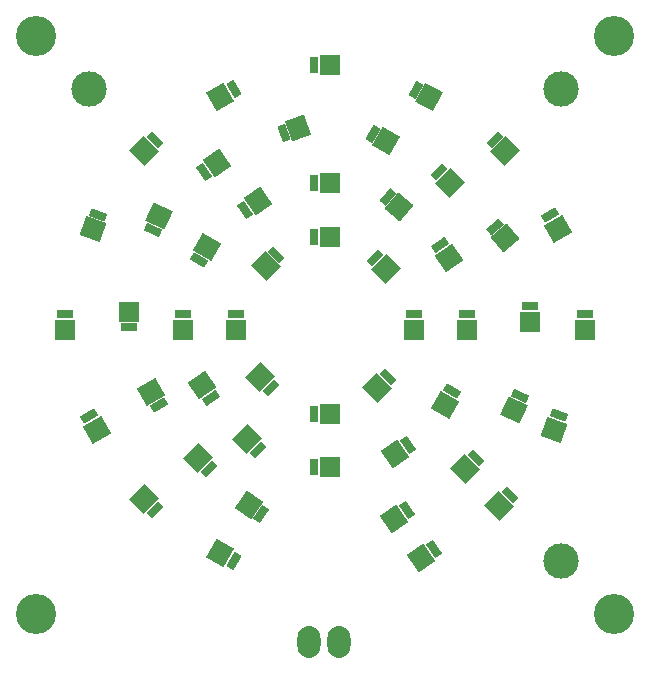
<source format=gbr>
%TF.GenerationSoftware,Altium Limited,Altium Designer,21.4.1 (30)*%
G04 Layer_Color=8388736*
%FSLAX42Y42*%
%MOMM*%
%TF.SameCoordinates,A5F8CCB8-1AD9-4863-A32E-EE0D6D21C85A*%
%TF.FilePolarity,Negative*%
%TF.FileFunction,Soldermask,Top*%
%TF.Part,Single*%
G01*
G75*
%TA.AperFunction,ComponentPad*%
%ADD53O,1.95X2.70*%
%TA.AperFunction,ViaPad*%
%ADD54C,3.40*%
%TA.AperFunction,SMDPad,CuDef*%
G04:AMPARAMS|DCode=55|XSize=1.4mm|YSize=0.7mm|CornerRadius=0mm|HoleSize=0mm|Usage=FLASHONLY|Rotation=30.000|XOffset=0mm|YOffset=0mm|HoleType=Round|Shape=Rectangle|*
%AMROTATEDRECTD55*
4,1,4,-0.43,-0.66,-0.78,-0.05,0.43,0.66,0.78,0.05,-0.43,-0.66,0.0*
%
%ADD55ROTATEDRECTD55*%

G04:AMPARAMS|DCode=56|XSize=1.8mm|YSize=1.7mm|CornerRadius=0mm|HoleSize=0mm|Usage=FLASHONLY|Rotation=30.000|XOffset=0mm|YOffset=0mm|HoleType=Round|Shape=Rectangle|*
%AMROTATEDRECTD56*
4,1,4,-0.36,-1.19,-1.21,0.29,0.36,1.19,1.21,-0.29,-0.36,-1.19,0.0*
%
%ADD56ROTATEDRECTD56*%

G04:AMPARAMS|DCode=57|XSize=1.4mm|YSize=0.7mm|CornerRadius=0mm|HoleSize=0mm|Usage=FLASHONLY|Rotation=125.000|XOffset=0mm|YOffset=0mm|HoleType=Round|Shape=Rectangle|*
%AMROTATEDRECTD57*
4,1,4,0.69,-0.37,0.11,-0.78,-0.69,0.37,-0.11,0.78,0.69,-0.37,0.0*
%
%ADD57ROTATEDRECTD57*%

G04:AMPARAMS|DCode=58|XSize=1.8mm|YSize=1.7mm|CornerRadius=0mm|HoleSize=0mm|Usage=FLASHONLY|Rotation=125.000|XOffset=0mm|YOffset=0mm|HoleType=Round|Shape=Rectangle|*
%AMROTATEDRECTD58*
4,1,4,1.21,-0.25,-0.18,-1.23,-1.21,0.25,0.18,1.23,1.21,-0.25,0.0*
%
%ADD58ROTATEDRECTD58*%

G04:AMPARAMS|DCode=59|XSize=1.4mm|YSize=0.7mm|CornerRadius=0mm|HoleSize=0mm|Usage=FLASHONLY|Rotation=150.000|XOffset=0mm|YOffset=0mm|HoleType=Round|Shape=Rectangle|*
%AMROTATEDRECTD59*
4,1,4,0.78,-0.05,0.43,-0.66,-0.78,0.05,-0.43,0.66,0.78,-0.05,0.0*
%
%ADD59ROTATEDRECTD59*%

G04:AMPARAMS|DCode=60|XSize=1.8mm|YSize=1.7mm|CornerRadius=0mm|HoleSize=0mm|Usage=FLASHONLY|Rotation=150.000|XOffset=0mm|YOffset=0mm|HoleType=Round|Shape=Rectangle|*
%AMROTATEDRECTD60*
4,1,4,1.21,0.29,0.36,-1.19,-1.21,-0.29,-0.36,1.19,1.21,0.29,0.0*
%
%ADD60ROTATEDRECTD60*%

G04:AMPARAMS|DCode=61|XSize=1.4mm|YSize=0.7mm|CornerRadius=0mm|HoleSize=0mm|Usage=FLASHONLY|Rotation=215.000|XOffset=0mm|YOffset=0mm|HoleType=Round|Shape=Rectangle|*
%AMROTATEDRECTD61*
4,1,4,0.37,0.69,0.78,0.11,-0.37,-0.69,-0.78,-0.11,0.37,0.69,0.0*
%
%ADD61ROTATEDRECTD61*%

G04:AMPARAMS|DCode=62|XSize=1.8mm|YSize=1.7mm|CornerRadius=0mm|HoleSize=0mm|Usage=FLASHONLY|Rotation=215.000|XOffset=0mm|YOffset=0mm|HoleType=Round|Shape=Rectangle|*
%AMROTATEDRECTD62*
4,1,4,0.25,1.21,1.23,-0.18,-0.25,-1.21,-1.23,0.18,0.25,1.21,0.0*
%
%ADD62ROTATEDRECTD62*%

G04:AMPARAMS|DCode=63|XSize=1.4mm|YSize=0.7mm|CornerRadius=0mm|HoleSize=0mm|Usage=FLASHONLY|Rotation=225.000|XOffset=0mm|YOffset=0mm|HoleType=Round|Shape=Rectangle|*
%AMROTATEDRECTD63*
4,1,4,0.25,0.74,0.74,0.25,-0.25,-0.74,-0.74,-0.25,0.25,0.74,0.0*
%
%ADD63ROTATEDRECTD63*%

G04:AMPARAMS|DCode=64|XSize=1.8mm|YSize=1.7mm|CornerRadius=0mm|HoleSize=0mm|Usage=FLASHONLY|Rotation=225.000|XOffset=0mm|YOffset=0mm|HoleType=Round|Shape=Rectangle|*
%AMROTATEDRECTD64*
4,1,4,0.04,1.24,1.24,0.04,-0.04,-1.24,-1.24,-0.04,0.04,1.24,0.0*
%
%ADD64ROTATEDRECTD64*%

%ADD65R,1.40X0.70*%
%ADD66R,1.80X1.70*%
%ADD67R,0.70X1.40*%
%ADD68R,1.70X1.80*%
G04:AMPARAMS|DCode=69|XSize=1.4mm|YSize=0.7mm|CornerRadius=0mm|HoleSize=0mm|Usage=FLASHONLY|Rotation=315.000|XOffset=0mm|YOffset=0mm|HoleType=Round|Shape=Rectangle|*
%AMROTATEDRECTD69*
4,1,4,-0.74,0.25,-0.25,0.74,0.74,-0.25,0.25,-0.74,-0.74,0.25,0.0*
%
%ADD69ROTATEDRECTD69*%

G04:AMPARAMS|DCode=70|XSize=1.8mm|YSize=1.7mm|CornerRadius=0mm|HoleSize=0mm|Usage=FLASHONLY|Rotation=315.000|XOffset=0mm|YOffset=0mm|HoleType=Round|Shape=Rectangle|*
%AMROTATEDRECTD70*
4,1,4,-1.24,0.04,-0.04,1.24,1.24,-0.04,0.04,-1.24,-1.24,0.04,0.0*
%
%ADD70ROTATEDRECTD70*%

G04:AMPARAMS|DCode=71|XSize=1.4mm|YSize=0.7mm|CornerRadius=0mm|HoleSize=0mm|Usage=FLASHONLY|Rotation=60.000|XOffset=0mm|YOffset=0mm|HoleType=Round|Shape=Rectangle|*
%AMROTATEDRECTD71*
4,1,4,-0.05,-0.78,-0.66,-0.43,0.05,0.78,0.66,0.43,-0.05,-0.78,0.0*
%
%ADD71ROTATEDRECTD71*%

G04:AMPARAMS|DCode=72|XSize=1.8mm|YSize=1.7mm|CornerRadius=0mm|HoleSize=0mm|Usage=FLASHONLY|Rotation=60.000|XOffset=0mm|YOffset=0mm|HoleType=Round|Shape=Rectangle|*
%AMROTATEDRECTD72*
4,1,4,0.29,-1.21,-1.19,-0.36,-0.29,1.21,1.19,0.36,0.29,-1.21,0.0*
%
%ADD72ROTATEDRECTD72*%

G04:AMPARAMS|DCode=73|XSize=1.8mm|YSize=1.7mm|CornerRadius=0mm|HoleSize=0mm|Usage=FLASHONLY|Rotation=110.000|XOffset=0mm|YOffset=0mm|HoleType=Round|Shape=Rectangle|*
%AMROTATEDRECTD73*
4,1,4,1.11,-0.56,-0.49,-1.14,-1.11,0.56,0.49,1.14,1.11,-0.56,0.0*
%
%ADD73ROTATEDRECTD73*%

G04:AMPARAMS|DCode=74|XSize=1.4mm|YSize=0.7mm|CornerRadius=0mm|HoleSize=0mm|Usage=FLASHONLY|Rotation=110.000|XOffset=0mm|YOffset=0mm|HoleType=Round|Shape=Rectangle|*
%AMROTATEDRECTD74*
4,1,4,0.57,-0.54,-0.09,-0.78,-0.57,0.54,0.09,0.78,0.57,-0.54,0.0*
%
%ADD74ROTATEDRECTD74*%

G04:AMPARAMS|DCode=75|XSize=1.4mm|YSize=0.7mm|CornerRadius=0mm|HoleSize=0mm|Usage=FLASHONLY|Rotation=50.000|XOffset=0mm|YOffset=0mm|HoleType=Round|Shape=Rectangle|*
%AMROTATEDRECTD75*
4,1,4,-0.18,-0.76,-0.72,-0.31,0.18,0.76,0.72,0.31,-0.18,-0.76,0.0*
%
%ADD75ROTATEDRECTD75*%

G04:AMPARAMS|DCode=76|XSize=1.8mm|YSize=1.7mm|CornerRadius=0mm|HoleSize=0mm|Usage=FLASHONLY|Rotation=50.000|XOffset=0mm|YOffset=0mm|HoleType=Round|Shape=Rectangle|*
%AMROTATEDRECTD76*
4,1,4,0.07,-1.24,-1.23,-0.14,-0.07,1.24,1.23,0.14,0.07,-1.24,0.0*
%
%ADD76ROTATEDRECTD76*%

G04:AMPARAMS|DCode=77|XSize=1.8mm|YSize=1.7mm|CornerRadius=0mm|HoleSize=0mm|Usage=FLASHONLY|Rotation=155.000|XOffset=0mm|YOffset=0mm|HoleType=Round|Shape=Rectangle|*
%AMROTATEDRECTD77*
4,1,4,1.18,0.39,0.46,-1.15,-1.18,-0.39,-0.46,1.15,1.18,0.39,0.0*
%
%ADD77ROTATEDRECTD77*%

G04:AMPARAMS|DCode=78|XSize=1.4mm|YSize=0.7mm|CornerRadius=0mm|HoleSize=0mm|Usage=FLASHONLY|Rotation=155.000|XOffset=0mm|YOffset=0mm|HoleType=Round|Shape=Rectangle|*
%AMROTATEDRECTD78*
4,1,4,0.78,0.02,0.49,-0.62,-0.78,-0.02,-0.49,0.62,0.78,0.02,0.0*
%
%ADD78ROTATEDRECTD78*%

G04:AMPARAMS|DCode=79|XSize=1.4mm|YSize=0.7mm|CornerRadius=0mm|HoleSize=0mm|Usage=FLASHONLY|Rotation=40.000|XOffset=0mm|YOffset=0mm|HoleType=Round|Shape=Rectangle|*
%AMROTATEDRECTD79*
4,1,4,-0.31,-0.72,-0.76,-0.18,0.31,0.72,0.76,0.18,-0.31,-0.72,0.0*
%
%ADD79ROTATEDRECTD79*%

G04:AMPARAMS|DCode=80|XSize=1.8mm|YSize=1.7mm|CornerRadius=0mm|HoleSize=0mm|Usage=FLASHONLY|Rotation=40.000|XOffset=0mm|YOffset=0mm|HoleType=Round|Shape=Rectangle|*
%AMROTATEDRECTD80*
4,1,4,-0.14,-1.23,-1.24,0.07,0.14,1.23,1.24,-0.07,-0.14,-1.23,0.0*
%
%ADD80ROTATEDRECTD80*%

G04:AMPARAMS|DCode=81|XSize=1.4mm|YSize=0.7mm|CornerRadius=0mm|HoleSize=0mm|Usage=FLASHONLY|Rotation=340.000|XOffset=0mm|YOffset=0mm|HoleType=Round|Shape=Rectangle|*
%AMROTATEDRECTD81*
4,1,4,-0.78,-0.09,-0.54,0.57,0.78,0.09,0.54,-0.57,-0.78,-0.09,0.0*
%
%ADD81ROTATEDRECTD81*%

G04:AMPARAMS|DCode=82|XSize=1.8mm|YSize=1.7mm|CornerRadius=0mm|HoleSize=0mm|Usage=FLASHONLY|Rotation=340.000|XOffset=0mm|YOffset=0mm|HoleType=Round|Shape=Rectangle|*
%AMROTATEDRECTD82*
4,1,4,-1.14,-0.49,-0.56,1.11,1.14,0.49,0.56,-1.11,-1.14,-0.49,0.0*
%
%ADD82ROTATEDRECTD82*%

G04:AMPARAMS|DCode=83|XSize=1.4mm|YSize=0.7mm|CornerRadius=0mm|HoleSize=0mm|Usage=FLASHONLY|Rotation=300.000|XOffset=0mm|YOffset=0mm|HoleType=Round|Shape=Rectangle|*
%AMROTATEDRECTD83*
4,1,4,-0.66,0.43,-0.05,0.78,0.66,-0.43,0.05,-0.78,-0.66,0.43,0.0*
%
%ADD83ROTATEDRECTD83*%

G04:AMPARAMS|DCode=84|XSize=1.8mm|YSize=1.7mm|CornerRadius=0mm|HoleSize=0mm|Usage=FLASHONLY|Rotation=300.000|XOffset=0mm|YOffset=0mm|HoleType=Round|Shape=Rectangle|*
%AMROTATEDRECTD84*
4,1,4,-1.19,0.36,0.29,1.21,1.19,-0.36,-0.29,-1.21,-1.19,0.36,0.0*
%
%ADD84ROTATEDRECTD84*%

G04:AMPARAMS|DCode=85|XSize=1.4mm|YSize=0.7mm|CornerRadius=0mm|HoleSize=0mm|Usage=FLASHONLY|Rotation=62.000|XOffset=0mm|YOffset=0mm|HoleType=Round|Shape=Rectangle|*
%AMROTATEDRECTD85*
4,1,4,-0.02,-0.78,-0.64,-0.45,0.02,0.78,0.64,0.45,-0.02,-0.78,0.0*
%
%ADD85ROTATEDRECTD85*%

G04:AMPARAMS|DCode=86|XSize=1.8mm|YSize=1.7mm|CornerRadius=0mm|HoleSize=0mm|Usage=FLASHONLY|Rotation=62.000|XOffset=0mm|YOffset=0mm|HoleType=Round|Shape=Rectangle|*
%AMROTATEDRECTD86*
4,1,4,0.33,-1.20,-1.18,-0.40,-0.33,1.20,1.18,0.40,0.33,-1.20,0.0*
%
%ADD86ROTATEDRECTD86*%

G04:AMPARAMS|DCode=87|XSize=1.4mm|YSize=0.7mm|CornerRadius=0mm|HoleSize=0mm|Usage=FLASHONLY|Rotation=235.000|XOffset=0mm|YOffset=0mm|HoleType=Round|Shape=Rectangle|*
%AMROTATEDRECTD87*
4,1,4,0.11,0.78,0.69,0.37,-0.11,-0.78,-0.69,-0.37,0.11,0.78,0.0*
%
%ADD87ROTATEDRECTD87*%

G04:AMPARAMS|DCode=88|XSize=1.8mm|YSize=1.7mm|CornerRadius=0mm|HoleSize=0mm|Usage=FLASHONLY|Rotation=235.000|XOffset=0mm|YOffset=0mm|HoleType=Round|Shape=Rectangle|*
%AMROTATEDRECTD88*
4,1,4,-0.18,1.23,1.21,0.25,0.18,-1.23,-1.21,-0.25,-0.18,1.23,0.0*
%
%ADD88ROTATEDRECTD88*%

%ADD89C,3.00*%
D53*
X117Y-2683D02*
D03*
X-137D02*
D03*
D54*
X-2450Y2450D02*
D03*
X2450D02*
D03*
Y-2450D02*
D03*
X-2450D02*
D03*
D55*
X-1995Y-772D02*
D03*
X-1405Y-678D02*
D03*
X1905Y928D02*
D03*
D56*
X-1930Y-885D02*
D03*
X-1470Y-565D02*
D03*
X1970Y815D02*
D03*
D57*
X-674Y978D02*
D03*
X704Y-1018D02*
D03*
X691Y-1563D02*
D03*
X-1024Y1298D02*
D03*
X924Y-1898D02*
D03*
D58*
X-567Y1053D02*
D03*
X597Y-1093D02*
D03*
X585Y-1638D02*
D03*
X-917Y1373D02*
D03*
X817Y-1973D02*
D03*
D59*
X-1065Y552D02*
D03*
X1080Y-560D02*
D03*
D60*
X-1000Y665D02*
D03*
X1015Y-673D02*
D03*
D61*
X-963Y-614D02*
D03*
X978Y674D02*
D03*
D62*
X-1038Y-507D02*
D03*
X1053Y567D02*
D03*
D63*
X-566Y-1054D02*
D03*
X426Y564D02*
D03*
X-984Y-1219D02*
D03*
X-456Y-534D02*
D03*
X-1436Y-1564D02*
D03*
X963Y1297D02*
D03*
X1436Y1564D02*
D03*
D64*
X-658Y-962D02*
D03*
X518Y472D02*
D03*
X-1076Y-1127D02*
D03*
X-548Y-442D02*
D03*
X-1528Y-1472D02*
D03*
X1055Y1205D02*
D03*
X1528Y1472D02*
D03*
D65*
X750Y90D02*
D03*
X-750D02*
D03*
X-1200D02*
D03*
X1200D02*
D03*
X-1660Y-15D02*
D03*
X1735Y158D02*
D03*
X-2200Y90D02*
D03*
X2200D02*
D03*
D66*
X750Y-40D02*
D03*
X-750D02*
D03*
X-1200D02*
D03*
X1200D02*
D03*
X-1660Y115D02*
D03*
X1735Y28D02*
D03*
X-2200Y-40D02*
D03*
X2200D02*
D03*
D67*
X-90Y750D02*
D03*
Y-750D02*
D03*
Y1200D02*
D03*
Y-1200D02*
D03*
Y2200D02*
D03*
D68*
X40Y750D02*
D03*
Y-750D02*
D03*
Y1200D02*
D03*
Y-1200D02*
D03*
Y2200D02*
D03*
D69*
X537Y-441D02*
D03*
X1281Y-1124D02*
D03*
X-411Y596D02*
D03*
X1564Y-1436D02*
D03*
X-1436Y1564D02*
D03*
D70*
X445Y-532D02*
D03*
X1189Y-1216D02*
D03*
X-503Y504D02*
D03*
X1472Y-1528D02*
D03*
X-1528Y1472D02*
D03*
D71*
X405Y1622D02*
D03*
X-772Y-1995D02*
D03*
D72*
X517Y1557D02*
D03*
X-885Y-1930D02*
D03*
D73*
X-225Y1669D02*
D03*
D74*
X-347Y1624D02*
D03*
D75*
X531Y1088D02*
D03*
D76*
X631Y1004D02*
D03*
D77*
X-1401Y926D02*
D03*
X1598Y-716D02*
D03*
D78*
X-1456Y808D02*
D03*
X1653Y-598D02*
D03*
D79*
X1442Y834D02*
D03*
D80*
X1526Y734D02*
D03*
D81*
X-1919Y935D02*
D03*
X1981Y-765D02*
D03*
D82*
X-1964Y812D02*
D03*
X1936Y-888D02*
D03*
D83*
X-772Y1995D02*
D03*
D84*
X-885Y1930D02*
D03*
D85*
X771Y1992D02*
D03*
D86*
X885Y1931D02*
D03*
D87*
X-539Y-1599D02*
D03*
D88*
X-645Y-1525D02*
D03*
D89*
X2000Y-2000D02*
D03*
Y2000D02*
D03*
X-2000D02*
D03*
%TF.MD5,92bafefa8641e8d2e9b7563cdb4fed66*%
M02*

</source>
